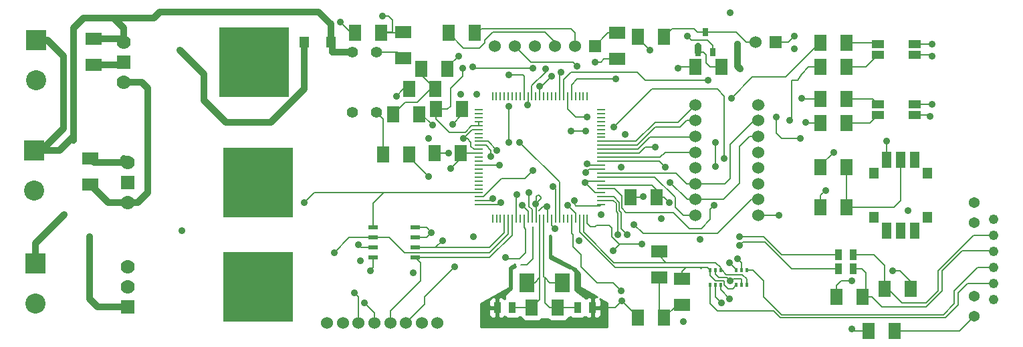
<source format=gtl>
G04 (created by PCBNEW-RS274X (2012-01-19 BZR 3256)-stable) date 10/27/2012 1:23:42 PM*
G01*
G70*
G90*
%MOIN*%
G04 Gerber Fmt 3.4, Leading zero omitted, Abs format*
%FSLAX34Y34*%
G04 APERTURE LIST*
%ADD10C,0.006000*%
%ADD11R,0.040000X0.010000*%
%ADD12R,0.010000X0.040000*%
%ADD13R,0.070000X0.070000*%
%ADD14C,0.070000*%
%ADD15R,0.350000X0.350000*%
%ADD16R,0.027600X0.039400*%
%ADD17R,0.045000X0.020000*%
%ADD18R,0.060000X0.080000*%
%ADD19R,0.080000X0.060000*%
%ADD20R,0.035000X0.055000*%
%ADD21R,0.060000X0.060000*%
%ADD22C,0.060000*%
%ADD23R,0.074800X0.094500*%
%ADD24R,0.015700X0.023600*%
%ADD25C,0.055000*%
%ADD26R,0.047200X0.055900*%
%ADD27R,0.047200X0.078700*%
%ADD28R,0.048800X0.057900*%
%ADD29R,0.059100X0.039400*%
%ADD30R,0.100000X0.100000*%
%ADD31C,0.100000*%
%ADD32C,0.054000*%
%ADD33C,0.049000*%
%ADD34C,0.035000*%
%ADD35C,0.007000*%
%ADD36C,0.034000*%
%ADD37C,0.010000*%
G04 APERTURE END LIST*
G54D10*
G54D11*
X59800Y-35890D03*
X59800Y-40610D03*
X59800Y-40410D03*
X59800Y-40220D03*
X59800Y-40020D03*
X59800Y-39820D03*
X59800Y-39630D03*
X59800Y-39430D03*
X59800Y-39230D03*
X59800Y-39040D03*
X59800Y-38840D03*
X59800Y-38640D03*
X59800Y-38440D03*
X59800Y-38250D03*
X59800Y-38050D03*
X59800Y-37850D03*
X59800Y-37660D03*
X59800Y-37460D03*
X59800Y-37260D03*
X59800Y-37070D03*
X59800Y-36870D03*
X59800Y-36670D03*
X59800Y-36480D03*
X59800Y-36280D03*
X59800Y-36080D03*
G54D12*
X59110Y-41300D03*
X54390Y-41300D03*
X54590Y-41300D03*
X54780Y-41300D03*
X54980Y-41300D03*
X55180Y-41300D03*
X55370Y-41300D03*
X55570Y-41300D03*
X55770Y-41300D03*
X55960Y-41300D03*
X56160Y-41300D03*
X56360Y-41300D03*
X56560Y-41300D03*
X56750Y-41300D03*
X56950Y-41300D03*
X57150Y-41300D03*
X57340Y-41300D03*
X57540Y-41300D03*
X57740Y-41300D03*
X57930Y-41300D03*
X58130Y-41300D03*
X58330Y-41300D03*
X58520Y-41300D03*
X58720Y-41300D03*
X58920Y-41300D03*
X59110Y-35200D03*
X58910Y-35200D03*
X58720Y-35200D03*
X58520Y-35200D03*
X58320Y-35200D03*
X58130Y-35200D03*
X57930Y-35200D03*
X57730Y-35200D03*
X57540Y-35200D03*
X57340Y-35200D03*
X57140Y-35200D03*
X56940Y-35200D03*
X56750Y-35200D03*
X56550Y-35200D03*
X56350Y-35200D03*
X56160Y-35200D03*
X55960Y-35200D03*
X55760Y-35200D03*
X55570Y-35200D03*
X55370Y-35200D03*
X55170Y-35200D03*
X54980Y-35200D03*
X54780Y-35200D03*
X54580Y-35200D03*
X54390Y-35200D03*
G54D11*
X53700Y-35890D03*
X53700Y-36090D03*
X53700Y-36280D03*
X53700Y-36480D03*
X53700Y-36680D03*
X53700Y-36870D03*
X53700Y-37070D03*
X53700Y-37270D03*
X53700Y-37460D03*
X53700Y-37660D03*
X53700Y-37860D03*
X53700Y-38060D03*
X53700Y-38250D03*
X53700Y-38450D03*
X53700Y-38650D03*
X53700Y-38840D03*
X53700Y-39040D03*
X53700Y-39240D03*
X53700Y-39430D03*
X53700Y-39630D03*
X53700Y-39830D03*
X53700Y-40020D03*
X53700Y-40220D03*
X53700Y-40420D03*
X53700Y-40610D03*
G54D13*
X36200Y-45700D03*
G54D14*
X36200Y-43700D03*
X36200Y-44700D03*
G54D15*
X42700Y-44700D03*
G54D16*
X65000Y-32000D03*
X65375Y-33000D03*
X64625Y-33000D03*
G54D17*
X50550Y-41750D03*
X48450Y-41750D03*
X50550Y-42250D03*
X50550Y-42750D03*
X50550Y-43250D03*
X48450Y-42250D03*
X48450Y-42750D03*
X48450Y-43250D03*
G54D18*
X50250Y-34850D03*
X51550Y-34850D03*
G54D19*
X62700Y-44250D03*
X62700Y-42950D03*
G54D18*
X75250Y-44800D03*
X73950Y-44800D03*
X71550Y-45200D03*
X72850Y-45200D03*
X50250Y-38100D03*
X48950Y-38100D03*
G54D19*
X49950Y-33300D03*
X49950Y-32000D03*
G54D18*
X48850Y-32050D03*
X47550Y-32050D03*
X57650Y-45750D03*
X56350Y-45750D03*
G54D19*
X63850Y-45600D03*
X63850Y-44300D03*
G54D18*
X50850Y-33850D03*
X52150Y-33850D03*
X70750Y-35350D03*
X72050Y-35350D03*
X70750Y-36550D03*
X72050Y-36550D03*
X70750Y-33750D03*
X72050Y-33750D03*
X70750Y-32550D03*
X72050Y-32550D03*
G54D19*
X60600Y-32050D03*
X60600Y-33350D03*
G54D18*
X70750Y-40750D03*
X72050Y-40750D03*
X72050Y-38750D03*
X70750Y-38750D03*
X61650Y-32250D03*
X62950Y-32250D03*
X64500Y-33750D03*
X65800Y-33750D03*
X52800Y-38050D03*
X51500Y-38050D03*
X62575Y-40250D03*
X61275Y-40250D03*
X62950Y-46250D03*
X61650Y-46250D03*
X51575Y-35850D03*
X52875Y-35850D03*
X49450Y-36100D03*
X50750Y-36100D03*
G54D19*
X34500Y-32350D03*
X34500Y-33650D03*
X34350Y-39600D03*
X34350Y-38300D03*
G54D18*
X53500Y-32050D03*
X52200Y-32050D03*
G54D20*
X71625Y-43100D03*
X72375Y-43100D03*
X71625Y-43800D03*
X72375Y-43800D03*
X59375Y-45750D03*
X58625Y-45750D03*
X54625Y-45750D03*
X55375Y-45750D03*
G54D21*
X68500Y-32500D03*
G54D22*
X67500Y-32500D03*
G54D21*
X59500Y-32700D03*
G54D22*
X58500Y-32700D03*
X57500Y-32700D03*
X56500Y-32700D03*
X55500Y-32700D03*
X54500Y-32700D03*
G54D15*
X42500Y-33500D03*
G54D14*
X36000Y-32500D03*
G54D13*
X36000Y-33500D03*
G54D14*
X36000Y-34500D03*
G54D15*
X42700Y-39500D03*
G54D14*
X36200Y-38500D03*
G54D13*
X36200Y-39500D03*
G54D14*
X36200Y-40500D03*
G54D23*
X56094Y-44500D03*
X57866Y-44500D03*
G54D24*
X66800Y-44624D03*
X67056Y-44624D03*
X66544Y-44624D03*
X66544Y-43876D03*
X66800Y-43876D03*
X67056Y-43876D03*
X65500Y-43876D03*
X65244Y-43876D03*
X65756Y-43876D03*
X65756Y-44624D03*
X65500Y-44624D03*
X65244Y-44624D03*
G54D25*
X47409Y-36000D03*
X48591Y-36000D03*
X47409Y-33000D03*
X48591Y-33000D03*
G54D22*
X64500Y-38787D03*
X64500Y-38000D03*
X64500Y-39575D03*
X64500Y-37213D03*
X64500Y-36425D03*
X64500Y-40362D03*
X64500Y-35638D03*
X64500Y-41150D03*
X67650Y-38787D03*
X67650Y-38000D03*
X67650Y-39575D03*
X67650Y-37213D03*
X67650Y-36425D03*
X67650Y-40362D03*
X67650Y-35638D03*
X67650Y-41150D03*
G54D26*
X73393Y-39044D03*
X73393Y-41256D03*
X76070Y-41256D03*
X76070Y-39044D03*
G54D27*
X74732Y-41922D03*
X74023Y-41922D03*
X75441Y-41922D03*
X75441Y-38378D03*
X74732Y-38378D03*
X74023Y-38378D03*
G54D28*
X45000Y-32500D03*
X46327Y-32500D03*
G54D29*
X73600Y-33150D03*
X75450Y-33150D03*
X75450Y-32599D03*
X73600Y-32599D03*
X73600Y-36150D03*
X75450Y-36150D03*
X75450Y-35599D03*
X73600Y-35599D03*
G54D18*
X73150Y-46900D03*
X74450Y-46900D03*
G54D22*
X49287Y-46500D03*
X48500Y-46500D03*
X50075Y-46500D03*
X47713Y-46500D03*
X46925Y-46500D03*
X50862Y-46500D03*
X46138Y-46500D03*
X51650Y-46500D03*
G54D30*
X31600Y-43550D03*
G54D31*
X31600Y-45550D03*
G54D30*
X31650Y-32400D03*
G54D31*
X31650Y-34400D03*
G54D30*
X31550Y-37900D03*
G54D31*
X31550Y-39900D03*
G54D32*
X78400Y-40500D03*
X78400Y-41500D03*
X78400Y-45180D03*
X78400Y-46180D03*
G54D33*
X79370Y-41340D03*
X79370Y-42140D03*
X79370Y-42940D03*
X79370Y-43740D03*
X79370Y-44540D03*
X79370Y-45340D03*
G54D34*
X47800Y-43400D03*
X69750Y-37300D03*
X61000Y-37100D03*
X52800Y-35100D03*
X68550Y-36250D03*
X66600Y-32600D03*
X66750Y-33850D03*
X66250Y-31050D03*
X71400Y-38000D03*
X60550Y-34350D03*
X58600Y-33700D03*
X57400Y-39700D03*
X55600Y-40100D03*
X55200Y-37500D03*
X55200Y-35700D03*
X45000Y-40500D03*
X34300Y-42200D03*
X60850Y-45400D03*
X48000Y-45500D03*
X59000Y-39520D03*
X64750Y-42350D03*
X53450Y-42200D03*
X76200Y-36200D03*
X54740Y-38660D03*
X59800Y-41100D03*
X64100Y-32200D03*
X74040Y-37460D03*
X76300Y-35600D03*
X59020Y-39020D03*
X60800Y-38750D03*
X68680Y-41160D03*
X52200Y-38040D03*
X57100Y-40700D03*
X51400Y-36650D03*
X52920Y-37320D03*
X57020Y-33840D03*
X55880Y-40660D03*
X62800Y-41300D03*
X76300Y-33200D03*
X63900Y-46450D03*
X48300Y-43900D03*
X51200Y-39200D03*
X46800Y-31500D03*
X53600Y-35100D03*
X76300Y-32600D03*
X61900Y-40200D03*
X58120Y-40660D03*
X58700Y-42400D03*
X66240Y-44400D03*
X52400Y-36600D03*
X50450Y-44000D03*
X75100Y-40900D03*
X56750Y-34700D03*
X52700Y-33200D03*
X57350Y-34200D03*
X59500Y-33500D03*
X69800Y-35300D03*
X54400Y-40300D03*
X56200Y-40000D03*
X66300Y-35300D03*
X70000Y-36500D03*
X54800Y-40500D03*
X62500Y-37750D03*
X57500Y-41800D03*
X69200Y-36400D03*
X38800Y-32900D03*
X33050Y-41100D03*
X48900Y-31200D03*
X54300Y-38200D03*
X54600Y-37900D03*
X72300Y-46800D03*
X63650Y-33800D03*
X57800Y-34000D03*
X59100Y-36250D03*
X61450Y-41600D03*
X65500Y-37500D03*
X65150Y-34400D03*
X65500Y-38700D03*
X59050Y-36950D03*
X58300Y-36950D03*
X56400Y-38900D03*
X60450Y-36750D03*
X65950Y-38300D03*
X55750Y-37500D03*
X65450Y-40650D03*
X66200Y-45300D03*
X60800Y-44900D03*
X66200Y-43500D03*
X52500Y-43700D03*
X51900Y-42400D03*
X46500Y-43000D03*
X63250Y-39500D03*
X63000Y-38750D03*
X66700Y-42200D03*
X61100Y-42100D03*
X66701Y-42642D03*
X60648Y-42120D03*
X63200Y-40500D03*
X47500Y-45000D03*
X59100Y-38575D03*
X55200Y-34150D03*
X52900Y-33800D03*
X52300Y-38800D03*
X66600Y-43300D03*
X51350Y-42000D03*
X65800Y-45500D03*
X62250Y-32900D03*
X72300Y-44400D03*
X74350Y-43900D03*
X69450Y-32850D03*
X47700Y-42600D03*
X71000Y-39900D03*
X61825Y-42575D03*
X56550Y-40575D03*
X58475Y-40400D03*
X69450Y-32200D03*
X56150Y-35650D03*
X38900Y-41900D03*
X49600Y-35200D03*
X53400Y-33750D03*
X56400Y-33800D03*
X51200Y-37300D03*
X60400Y-42900D03*
X55050Y-43250D03*
G54D35*
X68550Y-36250D02*
X68550Y-37050D01*
X56100Y-43600D02*
X56400Y-43300D01*
X56400Y-43300D02*
X56400Y-41700D01*
X68550Y-37050D02*
X68800Y-37300D01*
X55800Y-43600D02*
X56100Y-43600D01*
X68800Y-37300D02*
X69750Y-37300D01*
G54D36*
X33000Y-36800D02*
X31900Y-37900D01*
X33500Y-31800D02*
X34000Y-31300D01*
X33000Y-33200D02*
X33000Y-36800D01*
X31650Y-32400D02*
X32200Y-32400D01*
X32200Y-32400D02*
X33000Y-33200D01*
X33500Y-37200D02*
X33500Y-31800D01*
X32800Y-37900D02*
X33500Y-37200D01*
X45700Y-31000D02*
X46327Y-31627D01*
X34500Y-32350D02*
X35850Y-32350D01*
X35500Y-31300D02*
X37500Y-31300D01*
X37500Y-31300D02*
X37800Y-31000D01*
X37800Y-31000D02*
X45700Y-31000D01*
X35500Y-31300D02*
X36000Y-31800D01*
X47409Y-33000D02*
X47050Y-33000D01*
X46400Y-32573D02*
X46327Y-32500D01*
X31550Y-37900D02*
X32800Y-37900D01*
X34000Y-31300D02*
X35500Y-31300D01*
X31900Y-37900D02*
X31550Y-37900D01*
X33500Y-37400D02*
X33500Y-37200D01*
X47050Y-33000D02*
X46400Y-33000D01*
X36000Y-31800D02*
X36000Y-32500D01*
X35850Y-32350D02*
X36000Y-32500D01*
X46327Y-31627D02*
X46327Y-32500D01*
X46400Y-33000D02*
X46400Y-32573D01*
X37200Y-40000D02*
X36700Y-40500D01*
X36700Y-40500D02*
X36200Y-40500D01*
G54D35*
X67650Y-35638D02*
X67938Y-35638D01*
G54D36*
X36200Y-40500D02*
X35250Y-40500D01*
X35250Y-40500D02*
X34350Y-39600D01*
X66750Y-33850D02*
X66600Y-33700D01*
X36000Y-34500D02*
X36900Y-34500D01*
X36900Y-34500D02*
X37200Y-34800D01*
X37200Y-34800D02*
X37200Y-40000D01*
X66600Y-33700D02*
X66600Y-32600D01*
G54D35*
X58320Y-35200D02*
X58320Y-34630D01*
X58320Y-34630D02*
X58600Y-34350D01*
X71400Y-38000D02*
X70750Y-38650D01*
X70750Y-38650D02*
X70750Y-38750D01*
X58600Y-34350D02*
X60550Y-34350D01*
X56300Y-33500D02*
X55500Y-32700D01*
X57540Y-39840D02*
X57400Y-39700D01*
X58600Y-33700D02*
X58400Y-33500D01*
X58400Y-33500D02*
X56300Y-33500D01*
X57540Y-41300D02*
X57540Y-39840D01*
X55570Y-41300D02*
X55570Y-40130D01*
X55570Y-40130D02*
X55600Y-40100D01*
X55200Y-37500D02*
X55200Y-35700D01*
X48450Y-40550D02*
X48980Y-40020D01*
X48450Y-41750D02*
X48450Y-40550D01*
X48960Y-40000D02*
X48980Y-40020D01*
X45500Y-40000D02*
X48960Y-40000D01*
X45000Y-40500D02*
X45500Y-40000D01*
X48980Y-40020D02*
X53700Y-40020D01*
X56350Y-34690D02*
X56350Y-35200D01*
X66400Y-44300D02*
X66300Y-44400D01*
X75450Y-33150D02*
X76250Y-33150D01*
X58520Y-41060D02*
X58120Y-40660D01*
X65100Y-32400D02*
X64300Y-32400D01*
X57100Y-40700D02*
X56902Y-40700D01*
X56350Y-34690D02*
X57020Y-34020D01*
X59500Y-40020D02*
X59000Y-39520D01*
X75450Y-32599D02*
X76299Y-32599D01*
X50850Y-36100D02*
X51400Y-36650D01*
X64300Y-32400D02*
X64100Y-32200D01*
X48500Y-46500D02*
X48500Y-46000D01*
X57000Y-32000D02*
X54400Y-32000D01*
X59090Y-39430D02*
X59800Y-39430D01*
G54D36*
X34500Y-33650D02*
X35850Y-33650D01*
G54D35*
X60500Y-45750D02*
X60850Y-45400D01*
X56902Y-40700D02*
X56702Y-40900D01*
X65375Y-32675D02*
X65100Y-32400D01*
G54D36*
X34700Y-45700D02*
X36200Y-45700D01*
G54D35*
X65375Y-33000D02*
X65375Y-32675D01*
X53460Y-37860D02*
X53300Y-37700D01*
X53300Y-37700D02*
X53300Y-37500D01*
X66300Y-44400D02*
X66240Y-44400D01*
X59800Y-40020D02*
X59500Y-40020D01*
G54D36*
X34550Y-38500D02*
X34350Y-38300D01*
X36000Y-38300D02*
X36200Y-38500D01*
G54D35*
X59090Y-39430D02*
X59000Y-39520D01*
X65662Y-44242D02*
X66082Y-44242D01*
G54D36*
X35850Y-33650D02*
X36000Y-33500D01*
G54D35*
X52950Y-32800D02*
X52200Y-32050D01*
X66800Y-44624D02*
X66800Y-44300D01*
X66082Y-44242D02*
X66240Y-44400D01*
G54D36*
X36000Y-38300D02*
X36200Y-38500D01*
G54D35*
X75450Y-35599D02*
X76299Y-35599D01*
X76250Y-33150D02*
X76300Y-33200D01*
X59200Y-38840D02*
X59020Y-39020D01*
X65500Y-44080D02*
X65662Y-44242D01*
X56160Y-40940D02*
X55880Y-40660D01*
X52875Y-36125D02*
X52400Y-36600D01*
X61275Y-40250D02*
X61850Y-40250D01*
X53700Y-38650D02*
X54730Y-38650D01*
X57150Y-40750D02*
X57100Y-40700D01*
X58520Y-41300D02*
X58520Y-41060D01*
X65500Y-44080D02*
X65500Y-43876D01*
G54D36*
X34300Y-45300D02*
X34700Y-45700D01*
G54D35*
X75450Y-36150D02*
X76150Y-36150D01*
X57020Y-34020D02*
X57020Y-33840D01*
X57150Y-41300D02*
X57150Y-40750D01*
G54D36*
X34300Y-42200D02*
X34300Y-45300D01*
G54D35*
X53370Y-36870D02*
X53700Y-36870D01*
X54730Y-38650D02*
X54740Y-38660D01*
X50750Y-36100D02*
X50850Y-36100D01*
X76299Y-35599D02*
X76300Y-35600D01*
X54400Y-32000D02*
X54000Y-32400D01*
X57500Y-32500D02*
X57000Y-32000D01*
X53700Y-37860D02*
X53460Y-37860D01*
X76150Y-36150D02*
X76200Y-36200D01*
X50250Y-38100D02*
X50250Y-38250D01*
X48450Y-43750D02*
X48300Y-43900D01*
X48450Y-43750D02*
X48450Y-43250D01*
X54000Y-32550D02*
X53750Y-32800D01*
X56160Y-41300D02*
X56160Y-40940D01*
X51500Y-38050D02*
X52190Y-38050D01*
X66800Y-44300D02*
X66400Y-44300D01*
X67650Y-41150D02*
X68670Y-41150D01*
X53370Y-36870D02*
X52920Y-37320D01*
X53300Y-37500D02*
X53120Y-37320D01*
X50250Y-38250D02*
X51200Y-39200D01*
X46800Y-31500D02*
X47350Y-32050D01*
X52190Y-38050D02*
X52200Y-38040D01*
X59375Y-45750D02*
X60500Y-45750D01*
X54000Y-32400D02*
X54000Y-32550D01*
X61650Y-46200D02*
X61650Y-46250D01*
X59800Y-38840D02*
X59200Y-38840D01*
G54D36*
X36200Y-38500D02*
X34550Y-38500D01*
G54D35*
X61650Y-46200D02*
X60850Y-45400D01*
X48500Y-46000D02*
X48000Y-45500D01*
X76299Y-32599D02*
X76300Y-32600D01*
X68670Y-41150D02*
X68680Y-41160D01*
X47350Y-32050D02*
X47550Y-32050D01*
X61850Y-40250D02*
X61900Y-40200D01*
X52875Y-35850D02*
X52875Y-36125D01*
X53120Y-37320D02*
X52920Y-37320D01*
X74023Y-38378D02*
X74023Y-37477D01*
X53750Y-32800D02*
X52950Y-32800D01*
X57500Y-32700D02*
X57500Y-32500D01*
X74023Y-37477D02*
X74040Y-37460D01*
X59500Y-33500D02*
X59800Y-33500D01*
X56750Y-35200D02*
X56750Y-34700D01*
X56850Y-34700D02*
X57350Y-34200D01*
X56750Y-34700D02*
X56850Y-34700D01*
X52150Y-33750D02*
X52150Y-33850D01*
X52700Y-33200D02*
X52150Y-33750D01*
X59800Y-33500D02*
X59950Y-33350D01*
X59950Y-33350D02*
X60600Y-33350D01*
X69850Y-35350D02*
X70750Y-35350D01*
X54280Y-40420D02*
X54400Y-40300D01*
X69800Y-35300D02*
X69850Y-35350D01*
X53700Y-40420D02*
X54280Y-40420D01*
X56950Y-41300D02*
X56950Y-44200D01*
X57000Y-44250D02*
X57250Y-44500D01*
X57000Y-44250D02*
X57000Y-45500D01*
X56950Y-44200D02*
X57000Y-44250D01*
X57000Y-45500D02*
X57250Y-45750D01*
X57250Y-44500D02*
X57866Y-44500D01*
X57250Y-45750D02*
X57650Y-45750D01*
X58625Y-45750D02*
X57650Y-45750D01*
X73351Y-35350D02*
X73600Y-35599D01*
X72050Y-35350D02*
X73351Y-35350D01*
X74732Y-40418D02*
X74732Y-38378D01*
X74400Y-40750D02*
X74732Y-40418D01*
X72050Y-40750D02*
X72050Y-38750D01*
X72050Y-40750D02*
X74400Y-40750D01*
X70700Y-32550D02*
X70750Y-32550D01*
X56360Y-41300D02*
X56360Y-40860D01*
X66300Y-35300D02*
X67350Y-34250D01*
X56360Y-40860D02*
X56200Y-40700D01*
X56200Y-40700D02*
X56200Y-40000D01*
X69000Y-34250D02*
X70700Y-32550D01*
X67350Y-34250D02*
X69000Y-34250D01*
X73551Y-32550D02*
X73600Y-32599D01*
X72050Y-32550D02*
X73551Y-32550D01*
X73000Y-33750D02*
X73600Y-33150D01*
X72050Y-33750D02*
X73000Y-33750D01*
X72050Y-36550D02*
X73200Y-36550D01*
X73200Y-36550D02*
X73600Y-36150D01*
X59800Y-37660D02*
X61590Y-37660D01*
X64075Y-36425D02*
X64500Y-36425D01*
X63750Y-36750D02*
X64075Y-36425D01*
X62500Y-36750D02*
X63750Y-36750D01*
X61590Y-37660D02*
X62500Y-36750D01*
X65250Y-33750D02*
X65800Y-33750D01*
X65050Y-33550D02*
X65250Y-33750D01*
X65050Y-33150D02*
X65050Y-33550D01*
G54D36*
X64625Y-33000D02*
X64625Y-32725D01*
G54D35*
X64900Y-33000D02*
X65050Y-33150D01*
X64625Y-33000D02*
X64900Y-33000D01*
X70000Y-36500D02*
X70050Y-36550D01*
X70050Y-36550D02*
X70750Y-36550D01*
X54690Y-40610D02*
X54800Y-40500D01*
X53700Y-40610D02*
X54690Y-40610D01*
X64463Y-37250D02*
X64500Y-37213D01*
X62250Y-37250D02*
X64463Y-37250D01*
X61650Y-37850D02*
X62250Y-37250D01*
X59800Y-37850D02*
X61650Y-37850D01*
X61700Y-38050D02*
X59800Y-38050D01*
X62000Y-37750D02*
X61700Y-38050D01*
X62500Y-37750D02*
X62000Y-37750D01*
X69300Y-36300D02*
X69300Y-34400D01*
X57340Y-41640D02*
X57500Y-41800D01*
X69800Y-34100D02*
X70150Y-33750D01*
X69300Y-34400D02*
X69600Y-34400D01*
X57340Y-41300D02*
X57340Y-41640D01*
X69600Y-34400D02*
X69800Y-34100D01*
X69200Y-36400D02*
X69300Y-36300D01*
X70150Y-33750D02*
X70750Y-33750D01*
X60150Y-32050D02*
X59500Y-32700D01*
X60600Y-32050D02*
X60150Y-32050D01*
X64450Y-31850D02*
X63350Y-31850D01*
X64600Y-32000D02*
X64450Y-31850D01*
X67500Y-32500D02*
X67050Y-32500D01*
X63350Y-31850D02*
X62950Y-32250D01*
X65000Y-32000D02*
X64600Y-32000D01*
X66550Y-32000D02*
X65000Y-32000D01*
X67050Y-32500D02*
X66550Y-32000D01*
X51550Y-34850D02*
X51300Y-34850D01*
X50850Y-34150D02*
X51550Y-34850D01*
X50850Y-33850D02*
X50850Y-34150D01*
X51300Y-34850D02*
X50650Y-35500D01*
X50650Y-35500D02*
X50050Y-35500D01*
X50050Y-35500D02*
X49450Y-36100D01*
X59800Y-39230D02*
X62480Y-39230D01*
X63500Y-40250D02*
X63500Y-40750D01*
X63900Y-41150D02*
X64500Y-41150D01*
X62480Y-39230D02*
X63500Y-40250D01*
X63500Y-40750D02*
X63900Y-41150D01*
X61540Y-37460D02*
X62500Y-36500D01*
X59800Y-37460D02*
X61540Y-37460D01*
X63638Y-36500D02*
X64500Y-35638D01*
X62500Y-36500D02*
X63638Y-36500D01*
X56750Y-44250D02*
X56750Y-45350D01*
X56750Y-44250D02*
X56750Y-41300D01*
X56750Y-45350D02*
X56350Y-45750D01*
X55375Y-45750D02*
X56350Y-45750D01*
X56094Y-44500D02*
X56500Y-44500D01*
X56500Y-44500D02*
X56750Y-44250D01*
X49650Y-33000D02*
X49950Y-33300D01*
X48591Y-33000D02*
X49650Y-33000D01*
G54D36*
X38800Y-32900D02*
X40000Y-34100D01*
X40000Y-34100D02*
X40000Y-35400D01*
X40000Y-35400D02*
X41100Y-36500D01*
X41100Y-36500D02*
X43350Y-36500D01*
X43350Y-36500D02*
X45000Y-34850D01*
X45000Y-34850D02*
X45000Y-32500D01*
X31600Y-42550D02*
X31600Y-43550D01*
X33050Y-41100D02*
X31600Y-42550D01*
G54D35*
X48950Y-38100D02*
X48950Y-36359D01*
X48950Y-36359D02*
X48591Y-36000D01*
X48900Y-31200D02*
X49200Y-31200D01*
X49400Y-31400D02*
X49400Y-32000D01*
X48900Y-32000D02*
X48850Y-32050D01*
X49200Y-31200D02*
X49400Y-31400D01*
X48850Y-32050D02*
X49900Y-32050D01*
X49900Y-32050D02*
X49950Y-32000D01*
X49400Y-32000D02*
X48900Y-32000D01*
X74450Y-46900D02*
X77680Y-46900D01*
X77680Y-46900D02*
X78400Y-46180D01*
X62700Y-46000D02*
X62950Y-46250D01*
X62700Y-44250D02*
X62700Y-46000D01*
X63600Y-45600D02*
X62950Y-46250D01*
X63850Y-45600D02*
X63600Y-45600D01*
X54060Y-37660D02*
X54300Y-37900D01*
X54300Y-37900D02*
X54300Y-38200D01*
X54060Y-37660D02*
X53700Y-37660D01*
X54160Y-37460D02*
X54600Y-37900D01*
X53700Y-37460D02*
X54160Y-37460D01*
X72400Y-46900D02*
X73150Y-46900D01*
X72300Y-46800D02*
X72400Y-46900D01*
X63650Y-33800D02*
X63700Y-33750D01*
X63700Y-33750D02*
X64500Y-33750D01*
X57730Y-34070D02*
X57800Y-34000D01*
X57730Y-35200D02*
X57730Y-34070D01*
X67288Y-40362D02*
X67650Y-40362D01*
X65600Y-42050D02*
X67288Y-40362D01*
X58550Y-36250D02*
X59100Y-36250D01*
X58130Y-35200D02*
X58130Y-35830D01*
X58130Y-35830D02*
X58550Y-36250D01*
X61900Y-42050D02*
X65600Y-42050D01*
X61450Y-41600D02*
X61900Y-42050D01*
X57930Y-35200D02*
X57930Y-34370D01*
X57930Y-34370D02*
X58300Y-34000D01*
X61600Y-34000D02*
X62000Y-34400D01*
X58300Y-34000D02*
X61600Y-34000D01*
X65500Y-37500D02*
X65500Y-38700D01*
X62000Y-34400D02*
X65150Y-34400D01*
X58300Y-36950D02*
X59050Y-36950D01*
X54850Y-39300D02*
X56000Y-39300D01*
X53930Y-40220D02*
X54850Y-39300D01*
X62350Y-34850D02*
X65600Y-34850D01*
X56000Y-39300D02*
X56400Y-38900D01*
X65600Y-34850D02*
X65950Y-35200D01*
X60450Y-36750D02*
X62350Y-34850D01*
X65950Y-35200D02*
X65950Y-38300D01*
X53700Y-40220D02*
X53930Y-40220D01*
X57740Y-39490D02*
X55750Y-37500D01*
X57740Y-41300D02*
X57740Y-39490D01*
X59800Y-39820D02*
X60470Y-39820D01*
X60842Y-40192D02*
X60842Y-40792D01*
X60842Y-40792D02*
X61050Y-41000D01*
X60470Y-39820D02*
X60842Y-40192D01*
X64800Y-41800D02*
X65250Y-41350D01*
X61050Y-41000D02*
X63400Y-41000D01*
X64200Y-41800D02*
X64800Y-41800D01*
X65250Y-40850D02*
X65450Y-40650D01*
X65250Y-41350D02*
X65250Y-40850D01*
X63400Y-41000D02*
X64200Y-41800D01*
X77400Y-45558D02*
X77400Y-45100D01*
X77400Y-45100D02*
X77400Y-44900D01*
X76858Y-46100D02*
X77400Y-45558D01*
X77400Y-44900D02*
X78560Y-43740D01*
X68800Y-46100D02*
X75400Y-46100D01*
X67376Y-43876D02*
X67900Y-44400D01*
X67900Y-44400D02*
X67900Y-45200D01*
X78560Y-43740D02*
X79370Y-43740D01*
X67900Y-45200D02*
X68800Y-46100D01*
X67056Y-43876D02*
X67376Y-43876D01*
X75400Y-46100D02*
X76858Y-46100D01*
X68742Y-46242D02*
X75400Y-46242D01*
X65244Y-45544D02*
X65600Y-45900D01*
X65244Y-44624D02*
X65244Y-45544D01*
X76958Y-46242D02*
X77600Y-45600D01*
X78060Y-44540D02*
X79370Y-44540D01*
X75400Y-46242D02*
X76958Y-46242D01*
X68400Y-45900D02*
X68742Y-46242D01*
X75400Y-46242D02*
X75442Y-46242D01*
X65600Y-45900D02*
X68400Y-45900D01*
X75442Y-46242D02*
X75442Y-46242D01*
X77600Y-45600D02*
X77600Y-45000D01*
X77600Y-45000D02*
X78060Y-44540D01*
X59600Y-44500D02*
X58800Y-43700D01*
X60400Y-44500D02*
X59600Y-44500D01*
X58800Y-43700D02*
X58800Y-43100D01*
X58800Y-43100D02*
X58400Y-42700D01*
X58400Y-42100D02*
X58330Y-42030D01*
X66200Y-45300D02*
X65756Y-44856D01*
X60800Y-44900D02*
X60400Y-44500D01*
X58330Y-42030D02*
X58330Y-41300D01*
X58400Y-42700D02*
X58400Y-42100D01*
X66544Y-43876D02*
X66544Y-43844D01*
X66544Y-43844D02*
X66200Y-43500D01*
X65756Y-44856D02*
X65756Y-44624D01*
X51000Y-45200D02*
X51000Y-45575D01*
X50550Y-42750D02*
X52000Y-42750D01*
X54980Y-42020D02*
X54980Y-41300D01*
X51550Y-42750D02*
X51900Y-42400D01*
X54250Y-42750D02*
X54980Y-42020D01*
X52500Y-43700D02*
X51000Y-45200D01*
X50550Y-42750D02*
X51550Y-42750D01*
X51000Y-45575D02*
X50075Y-46500D01*
X52000Y-42750D02*
X54250Y-42750D01*
X65975Y-39575D02*
X66250Y-39300D01*
X59800Y-39040D02*
X63540Y-39040D01*
X64500Y-39575D02*
X65975Y-39575D01*
X63540Y-39040D02*
X64075Y-39575D01*
X67425Y-36425D02*
X67650Y-36425D01*
X64075Y-39575D02*
X64500Y-39575D01*
X66250Y-37600D02*
X67425Y-36425D01*
X66250Y-39300D02*
X66250Y-37600D01*
X54250Y-43000D02*
X50000Y-43000D01*
X55180Y-42070D02*
X54250Y-43000D01*
X50000Y-43000D02*
X49250Y-42250D01*
X49250Y-42250D02*
X48450Y-42250D01*
X55180Y-41300D02*
X55180Y-42070D01*
X46500Y-43000D02*
X47250Y-42250D01*
X47250Y-42250D02*
X48450Y-42250D01*
X66700Y-37700D02*
X67187Y-37213D01*
X66700Y-39550D02*
X66700Y-37700D01*
X59800Y-38440D02*
X62690Y-38440D01*
X65888Y-40362D02*
X66700Y-39550D01*
X67187Y-37213D02*
X67650Y-37213D01*
X64500Y-40362D02*
X65888Y-40362D01*
X64112Y-40362D02*
X64500Y-40362D01*
X63250Y-39500D02*
X64112Y-40362D01*
X62690Y-38440D02*
X63000Y-38750D01*
X55370Y-42130D02*
X55370Y-41300D01*
X49287Y-45913D02*
X50800Y-44400D01*
X50800Y-43500D02*
X50550Y-43250D01*
X50800Y-44400D02*
X50800Y-43500D01*
X54250Y-43250D02*
X55370Y-42130D01*
X50550Y-43250D02*
X54250Y-43250D01*
X49287Y-46500D02*
X49287Y-45913D01*
X63000Y-38000D02*
X64500Y-38000D01*
X59800Y-38250D02*
X62750Y-38250D01*
X62750Y-38250D02*
X63000Y-38000D01*
X65756Y-43756D02*
X65500Y-43500D01*
X67056Y-44306D02*
X67056Y-44624D01*
X62700Y-42950D02*
X62700Y-43150D01*
X58920Y-41970D02*
X60450Y-43500D01*
X65756Y-43876D02*
X65756Y-43956D01*
X65756Y-43876D02*
X65756Y-43756D01*
X66050Y-44100D02*
X66850Y-44100D01*
X60450Y-43500D02*
X63050Y-43500D01*
X58920Y-41300D02*
X58920Y-41970D01*
X65756Y-43876D02*
X65826Y-43876D01*
X63050Y-43500D02*
X65500Y-43500D01*
X62700Y-43150D02*
X63050Y-43500D01*
X66850Y-44100D02*
X67056Y-44306D01*
X65826Y-43876D02*
X66050Y-44100D01*
X65950Y-44450D02*
X65950Y-44600D01*
X65900Y-44400D02*
X65950Y-44450D01*
X58720Y-41300D02*
X58720Y-41970D01*
X58720Y-41970D02*
X60500Y-43750D01*
X60500Y-43750D02*
X64050Y-43750D01*
X64750Y-43750D02*
X64800Y-43800D01*
X66150Y-44800D02*
X66368Y-44800D01*
X63850Y-44300D02*
X63850Y-43950D01*
X65500Y-44400D02*
X65900Y-44400D01*
X64750Y-43750D02*
X65118Y-43750D01*
X65118Y-43750D02*
X65244Y-43876D01*
X66368Y-44800D02*
X66544Y-44624D01*
X65244Y-44144D02*
X65500Y-44400D01*
X65950Y-44600D02*
X66150Y-44800D01*
X64050Y-43750D02*
X64750Y-43750D01*
X65244Y-43876D02*
X65244Y-44144D01*
X63850Y-43950D02*
X64050Y-43750D01*
X67900Y-42200D02*
X66700Y-42200D01*
X68800Y-43100D02*
X67900Y-42200D01*
X60420Y-40220D02*
X59800Y-40220D01*
X61100Y-42100D02*
X60800Y-41800D01*
X60800Y-41800D02*
X60800Y-41000D01*
X60800Y-41000D02*
X60700Y-40900D01*
X71625Y-43100D02*
X68800Y-43100D01*
X60700Y-40900D02*
X60700Y-40500D01*
X60700Y-40500D02*
X60420Y-40220D01*
X66701Y-42642D02*
X66859Y-42484D01*
X67970Y-42484D02*
X69286Y-43800D01*
X59800Y-40410D02*
X60410Y-40410D01*
X66859Y-42484D02*
X67970Y-42484D01*
X60559Y-40959D02*
X60648Y-41048D01*
X69286Y-43800D02*
X71625Y-43800D01*
X60410Y-40410D02*
X60559Y-40559D01*
X60559Y-40559D02*
X60559Y-40959D01*
X60648Y-41048D02*
X60648Y-42120D01*
X76000Y-45500D02*
X76600Y-44900D01*
X76600Y-43900D02*
X78360Y-42140D01*
X72375Y-43100D02*
X73400Y-43100D01*
X74800Y-45500D02*
X76000Y-45500D01*
X73400Y-43100D02*
X73950Y-43650D01*
X74100Y-44800D02*
X74800Y-45500D01*
X78360Y-42140D02*
X79370Y-42140D01*
X73950Y-43650D02*
X73950Y-44800D01*
X76600Y-44900D02*
X76600Y-43900D01*
X73950Y-43650D02*
X73950Y-44800D01*
X73950Y-44800D02*
X74100Y-44800D01*
X76000Y-45700D02*
X76800Y-44900D01*
X72800Y-43800D02*
X73000Y-44000D01*
X76800Y-43900D02*
X77800Y-42900D01*
X77800Y-42900D02*
X79330Y-42900D01*
X72850Y-45200D02*
X73300Y-45200D01*
X73000Y-44000D02*
X73000Y-45050D01*
X73300Y-45200D02*
X73800Y-45700D01*
X76800Y-44900D02*
X76800Y-43900D01*
X72375Y-43800D02*
X72800Y-43800D01*
X73000Y-45050D02*
X72850Y-45200D01*
X73800Y-45700D02*
X76000Y-45700D01*
X79330Y-42900D02*
X79370Y-42940D01*
X56550Y-40575D02*
X56800Y-40325D01*
X56800Y-40325D02*
X56800Y-40250D01*
X58475Y-40400D02*
X58500Y-40425D01*
X55960Y-35200D02*
X55960Y-34210D01*
X52800Y-38300D02*
X52300Y-38800D01*
X52900Y-34200D02*
X52900Y-33800D01*
X68500Y-32500D02*
X69150Y-32500D01*
X59275Y-41725D02*
X59500Y-41725D01*
X52150Y-35850D02*
X52300Y-35700D01*
X72300Y-44400D02*
X72275Y-44425D01*
X59110Y-41560D02*
X59275Y-41725D01*
X61825Y-42575D02*
X60700Y-42575D01*
X62320Y-39630D02*
X62575Y-39885D01*
X52810Y-38060D02*
X52800Y-38050D01*
X52300Y-34800D02*
X52900Y-34200D01*
X53700Y-38060D02*
X52810Y-38060D01*
X59110Y-41300D02*
X59110Y-41560D01*
X65500Y-44624D02*
X65500Y-45200D01*
X75250Y-44450D02*
X74700Y-43900D01*
X52300Y-35700D02*
X52300Y-34800D01*
X52800Y-38050D02*
X52800Y-38300D01*
X72275Y-44425D02*
X71775Y-44425D01*
X51575Y-35850D02*
X52150Y-35850D01*
X53700Y-36480D02*
X53700Y-36680D01*
X61650Y-32300D02*
X62250Y-32900D01*
X51100Y-41750D02*
X50550Y-41750D01*
X62575Y-40250D02*
X62950Y-40250D01*
X62950Y-40250D02*
X63200Y-40500D01*
X53850Y-31850D02*
X58300Y-31850D01*
X70750Y-40150D02*
X71000Y-39900D01*
X50550Y-42250D02*
X51100Y-42250D01*
X52225Y-37000D02*
X53025Y-37000D01*
X69150Y-32500D02*
X69450Y-32200D01*
X62575Y-39885D02*
X62575Y-40250D01*
X53650Y-32050D02*
X53850Y-31850D01*
X56800Y-40250D02*
X56700Y-40150D01*
X53450Y-33800D02*
X56400Y-33800D01*
X55100Y-43300D02*
X55750Y-43300D01*
X51575Y-35850D02*
X51575Y-36350D01*
X60700Y-42575D02*
X60325Y-42200D01*
X65500Y-45200D02*
X65800Y-45500D01*
X53400Y-33750D02*
X53450Y-33800D01*
X47850Y-42750D02*
X48450Y-42750D01*
X59735Y-40675D02*
X59800Y-40610D01*
X56560Y-40215D02*
X56560Y-41300D01*
X56160Y-35640D02*
X56160Y-35200D01*
X53500Y-32050D02*
X53650Y-32050D01*
X60725Y-42575D02*
X60400Y-42900D01*
X58500Y-32050D02*
X58500Y-32700D01*
X47850Y-42750D02*
X47700Y-42600D01*
X55050Y-43250D02*
X55100Y-43300D01*
X59575Y-41650D02*
X60200Y-41650D01*
X59165Y-38640D02*
X59100Y-38575D01*
X56700Y-40150D02*
X56625Y-40150D01*
X61650Y-32250D02*
X61650Y-32300D01*
X50250Y-34850D02*
X49950Y-34850D01*
X58300Y-31850D02*
X58500Y-32050D01*
X59800Y-39630D02*
X62320Y-39630D01*
X53025Y-37000D02*
X53345Y-36680D01*
X75250Y-44800D02*
X75250Y-44450D01*
X56050Y-43000D02*
X56050Y-41850D01*
X71775Y-44425D02*
X71800Y-44400D01*
X70750Y-40750D02*
X70750Y-40150D01*
X60325Y-42200D02*
X60325Y-41775D01*
X71550Y-44650D02*
X71775Y-44425D01*
X58500Y-40425D02*
X58500Y-40625D01*
X47713Y-45213D02*
X47500Y-45000D01*
X60325Y-41775D02*
X60200Y-41650D01*
X47713Y-46500D02*
X47713Y-45213D01*
X49950Y-34850D02*
X49600Y-35200D01*
X59500Y-41725D02*
X59575Y-41650D01*
X51100Y-41750D02*
X51350Y-42000D01*
X58550Y-40675D02*
X59735Y-40675D01*
X51575Y-36350D02*
X52225Y-37000D01*
X58500Y-40625D02*
X58550Y-40675D01*
X55960Y-34210D02*
X55900Y-34150D01*
X56150Y-35650D02*
X56160Y-35640D01*
X56050Y-41850D02*
X55960Y-41760D01*
X66800Y-43876D02*
X66800Y-43500D01*
X71550Y-45200D02*
X71550Y-44650D01*
X56625Y-40150D02*
X56560Y-40215D01*
X53345Y-36680D02*
X53700Y-36680D01*
X51100Y-42250D02*
X51350Y-42000D01*
X59800Y-38640D02*
X59165Y-38640D01*
X55900Y-34150D02*
X55200Y-34150D01*
X74700Y-43900D02*
X74350Y-43900D01*
X55960Y-41760D02*
X55960Y-41300D01*
X61825Y-42575D02*
X60725Y-42575D01*
X66800Y-43500D02*
X66600Y-43300D01*
X55750Y-43300D02*
X56050Y-43000D01*
G54D10*
G36*
X60100Y-46700D02*
X59800Y-46700D01*
X59800Y-45862D01*
X59738Y-45800D01*
X59425Y-45800D01*
X59425Y-46213D01*
X59487Y-46275D01*
X59599Y-46274D01*
X59691Y-46236D01*
X59761Y-46166D01*
X59799Y-46075D01*
X59799Y-45976D01*
X59800Y-45862D01*
X59800Y-46700D01*
X59050Y-46700D01*
X55950Y-46700D01*
X54575Y-46700D01*
X54575Y-46213D01*
X54575Y-45800D01*
X54575Y-45700D01*
X54575Y-45287D01*
X54513Y-45225D01*
X54401Y-45226D01*
X54309Y-45264D01*
X54239Y-45334D01*
X54201Y-45425D01*
X54201Y-45524D01*
X54200Y-45638D01*
X54262Y-45700D01*
X54575Y-45700D01*
X54575Y-45800D01*
X54262Y-45800D01*
X54200Y-45862D01*
X54201Y-45976D01*
X54201Y-46075D01*
X54239Y-46166D01*
X54309Y-46236D01*
X54401Y-46274D01*
X54513Y-46275D01*
X54575Y-46213D01*
X54575Y-46700D01*
X53800Y-46700D01*
X53800Y-45530D01*
X55250Y-44730D01*
X55250Y-43730D01*
X55516Y-43590D01*
X55515Y-43600D01*
X55537Y-43709D01*
X55543Y-43719D01*
X55350Y-43820D01*
X55350Y-44827D01*
X55000Y-45127D01*
X55000Y-45323D01*
X54941Y-45264D01*
X54849Y-45226D01*
X54737Y-45225D01*
X54675Y-45287D01*
X54675Y-45650D01*
X54675Y-45700D01*
X54675Y-45800D01*
X54675Y-45850D01*
X54675Y-46213D01*
X54737Y-46275D01*
X54849Y-46274D01*
X54941Y-46236D01*
X55000Y-46177D01*
X55000Y-46200D01*
X55023Y-46200D01*
X55059Y-46236D01*
X55150Y-46274D01*
X55249Y-46274D01*
X55599Y-46274D01*
X55691Y-46236D01*
X55727Y-46200D01*
X55785Y-46200D01*
X55807Y-46215D01*
X55839Y-46291D01*
X55909Y-46361D01*
X56000Y-46399D01*
X56099Y-46399D01*
X56699Y-46399D01*
X56791Y-46361D01*
X56852Y-46300D01*
X57148Y-46300D01*
X57209Y-46361D01*
X57300Y-46399D01*
X57399Y-46399D01*
X57999Y-46399D01*
X58091Y-46361D01*
X58161Y-46291D01*
X58186Y-46229D01*
X58260Y-46200D01*
X58273Y-46200D01*
X58309Y-46236D01*
X58400Y-46274D01*
X58499Y-46274D01*
X58849Y-46274D01*
X58941Y-46236D01*
X58977Y-46200D01*
X59023Y-46200D01*
X59050Y-46227D01*
X59059Y-46236D01*
X59151Y-46274D01*
X59263Y-46275D01*
X59325Y-46213D01*
X59325Y-45850D01*
X59325Y-45800D01*
X59325Y-45700D01*
X59325Y-45650D01*
X59325Y-45287D01*
X59263Y-45225D01*
X59151Y-45226D01*
X59059Y-45264D01*
X59048Y-45274D01*
X58500Y-44875D01*
X58500Y-43919D01*
X58454Y-43896D01*
X58451Y-43887D01*
X58381Y-43817D01*
X58290Y-43779D01*
X58220Y-43779D01*
X57235Y-43286D01*
X57235Y-42136D01*
X57259Y-42160D01*
X57300Y-42177D01*
X57300Y-43130D01*
X58540Y-43814D01*
X58598Y-43902D01*
X58750Y-44053D01*
X58750Y-44728D01*
X59590Y-45225D01*
X59487Y-45225D01*
X59425Y-45287D01*
X59425Y-45700D01*
X59738Y-45700D01*
X59800Y-45638D01*
X59799Y-45524D01*
X59799Y-45425D01*
X59761Y-45334D01*
X59744Y-45317D01*
X60100Y-45528D01*
X60100Y-46700D01*
X60100Y-46700D01*
G37*
G54D37*
X60100Y-46700D02*
X59800Y-46700D01*
X59800Y-45862D01*
X59738Y-45800D01*
X59425Y-45800D01*
X59425Y-46213D01*
X59487Y-46275D01*
X59599Y-46274D01*
X59691Y-46236D01*
X59761Y-46166D01*
X59799Y-46075D01*
X59799Y-45976D01*
X59800Y-45862D01*
X59800Y-46700D01*
X59050Y-46700D01*
X55950Y-46700D01*
X54575Y-46700D01*
X54575Y-46213D01*
X54575Y-45800D01*
X54575Y-45700D01*
X54575Y-45287D01*
X54513Y-45225D01*
X54401Y-45226D01*
X54309Y-45264D01*
X54239Y-45334D01*
X54201Y-45425D01*
X54201Y-45524D01*
X54200Y-45638D01*
X54262Y-45700D01*
X54575Y-45700D01*
X54575Y-45800D01*
X54262Y-45800D01*
X54200Y-45862D01*
X54201Y-45976D01*
X54201Y-46075D01*
X54239Y-46166D01*
X54309Y-46236D01*
X54401Y-46274D01*
X54513Y-46275D01*
X54575Y-46213D01*
X54575Y-46700D01*
X53800Y-46700D01*
X53800Y-45530D01*
X55250Y-44730D01*
X55250Y-43730D01*
X55516Y-43590D01*
X55515Y-43600D01*
X55537Y-43709D01*
X55543Y-43719D01*
X55350Y-43820D01*
X55350Y-44827D01*
X55000Y-45127D01*
X55000Y-45323D01*
X54941Y-45264D01*
X54849Y-45226D01*
X54737Y-45225D01*
X54675Y-45287D01*
X54675Y-45650D01*
X54675Y-45700D01*
X54675Y-45800D01*
X54675Y-45850D01*
X54675Y-46213D01*
X54737Y-46275D01*
X54849Y-46274D01*
X54941Y-46236D01*
X55000Y-46177D01*
X55000Y-46200D01*
X55023Y-46200D01*
X55059Y-46236D01*
X55150Y-46274D01*
X55249Y-46274D01*
X55599Y-46274D01*
X55691Y-46236D01*
X55727Y-46200D01*
X55785Y-46200D01*
X55807Y-46215D01*
X55839Y-46291D01*
X55909Y-46361D01*
X56000Y-46399D01*
X56099Y-46399D01*
X56699Y-46399D01*
X56791Y-46361D01*
X56852Y-46300D01*
X57148Y-46300D01*
X57209Y-46361D01*
X57300Y-46399D01*
X57399Y-46399D01*
X57999Y-46399D01*
X58091Y-46361D01*
X58161Y-46291D01*
X58186Y-46229D01*
X58260Y-46200D01*
X58273Y-46200D01*
X58309Y-46236D01*
X58400Y-46274D01*
X58499Y-46274D01*
X58849Y-46274D01*
X58941Y-46236D01*
X58977Y-46200D01*
X59023Y-46200D01*
X59050Y-46227D01*
X59059Y-46236D01*
X59151Y-46274D01*
X59263Y-46275D01*
X59325Y-46213D01*
X59325Y-45850D01*
X59325Y-45800D01*
X59325Y-45700D01*
X59325Y-45650D01*
X59325Y-45287D01*
X59263Y-45225D01*
X59151Y-45226D01*
X59059Y-45264D01*
X59048Y-45274D01*
X58500Y-44875D01*
X58500Y-43919D01*
X58454Y-43896D01*
X58451Y-43887D01*
X58381Y-43817D01*
X58290Y-43779D01*
X58220Y-43779D01*
X57235Y-43286D01*
X57235Y-42136D01*
X57259Y-42160D01*
X57300Y-42177D01*
X57300Y-43130D01*
X58540Y-43814D01*
X58598Y-43902D01*
X58750Y-44053D01*
X58750Y-44728D01*
X59590Y-45225D01*
X59487Y-45225D01*
X59425Y-45287D01*
X59425Y-45700D01*
X59738Y-45700D01*
X59800Y-45638D01*
X59799Y-45524D01*
X59799Y-45425D01*
X59761Y-45334D01*
X59744Y-45317D01*
X60100Y-45528D01*
X60100Y-46700D01*
M02*

</source>
